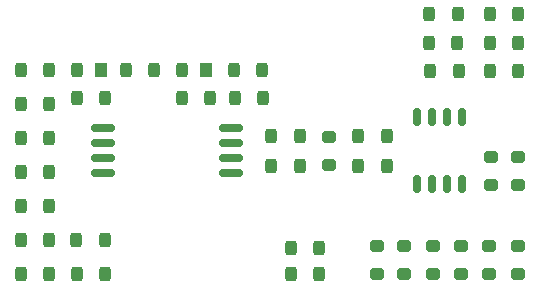
<source format=gtp>
G04*
G04 #@! TF.GenerationSoftware,Altium Limited,Altium Designer,21.6.1 (37)*
G04*
G04 Layer_Color=8421504*
%FSTAX24Y24*%
%MOIN*%
G70*
G04*
G04 #@! TF.SameCoordinates,7AD6CBE7-45AD-4871-8827-9D585CE600FE*
G04*
G04*
G04 #@! TF.FilePolarity,Positive*
G04*
G01*
G75*
G04:AMPARAMS|DCode=22|XSize=59.1mil|YSize=27.6mil|CornerRadius=6.9mil|HoleSize=0mil|Usage=FLASHONLY|Rotation=270.000|XOffset=0mil|YOffset=0mil|HoleType=Round|Shape=RoundedRectangle|*
%AMROUNDEDRECTD22*
21,1,0.0591,0.0138,0,0,270.0*
21,1,0.0453,0.0276,0,0,270.0*
1,1,0.0138,-0.0069,-0.0226*
1,1,0.0138,-0.0069,0.0226*
1,1,0.0138,0.0069,0.0226*
1,1,0.0138,0.0069,-0.0226*
%
%ADD22ROUNDEDRECTD22*%
G04:AMPARAMS|DCode=23|XSize=39.4mil|YSize=47.2mil|CornerRadius=9.8mil|HoleSize=0mil|Usage=FLASHONLY|Rotation=180.000|XOffset=0mil|YOffset=0mil|HoleType=Round|Shape=RoundedRectangle|*
%AMROUNDEDRECTD23*
21,1,0.0394,0.0276,0,0,180.0*
21,1,0.0197,0.0472,0,0,180.0*
1,1,0.0197,-0.0098,0.0138*
1,1,0.0197,0.0098,0.0138*
1,1,0.0197,0.0098,-0.0138*
1,1,0.0197,-0.0098,-0.0138*
%
%ADD23ROUNDEDRECTD23*%
G04:AMPARAMS|DCode=24|XSize=39.4mil|YSize=47.2mil|CornerRadius=9.8mil|HoleSize=0mil|Usage=FLASHONLY|Rotation=270.000|XOffset=0mil|YOffset=0mil|HoleType=Round|Shape=RoundedRectangle|*
%AMROUNDEDRECTD24*
21,1,0.0394,0.0276,0,0,270.0*
21,1,0.0197,0.0472,0,0,270.0*
1,1,0.0197,-0.0138,-0.0098*
1,1,0.0197,-0.0138,0.0098*
1,1,0.0197,0.0138,0.0098*
1,1,0.0197,0.0138,-0.0098*
%
%ADD24ROUNDEDRECTD24*%
G04:AMPARAMS|DCode=25|XSize=78.7mil|YSize=27.6mil|CornerRadius=6.9mil|HoleSize=0mil|Usage=FLASHONLY|Rotation=0.000|XOffset=0mil|YOffset=0mil|HoleType=Round|Shape=RoundedRectangle|*
%AMROUNDEDRECTD25*
21,1,0.0787,0.0138,0,0,0.0*
21,1,0.0650,0.0276,0,0,0.0*
1,1,0.0138,0.0325,-0.0069*
1,1,0.0138,-0.0325,-0.0069*
1,1,0.0138,-0.0325,0.0069*
1,1,0.0138,0.0325,0.0069*
%
%ADD25ROUNDEDRECTD25*%
%ADD26R,0.0394X0.0472*%
D22*
X06005Y026613D02*
D03*
X06055D02*
D03*
X06105D02*
D03*
X06155D02*
D03*
Y024387D02*
D03*
X06105D02*
D03*
X06055D02*
D03*
X06005D02*
D03*
D23*
X049619Y022533D02*
D03*
X048681D02*
D03*
X046818Y023667D02*
D03*
X047756D02*
D03*
X047769Y0248D02*
D03*
X046831D02*
D03*
X046831Y025933D02*
D03*
X047769D02*
D03*
X046831Y027067D02*
D03*
X047769D02*
D03*
X059019Y025D02*
D03*
X058081D02*
D03*
X055831Y0214D02*
D03*
X056769D02*
D03*
X048688Y0214D02*
D03*
X049625D02*
D03*
Y02725D02*
D03*
X048688D02*
D03*
X056119Y025D02*
D03*
X055181D02*
D03*
X056119Y026D02*
D03*
X055181D02*
D03*
X053963Y02725D02*
D03*
X0549D02*
D03*
X061419Y02815D02*
D03*
X060481D02*
D03*
X061375Y0291D02*
D03*
X060438D02*
D03*
X06045Y03005D02*
D03*
X061387D02*
D03*
X047769Y0282D02*
D03*
X046831D02*
D03*
X047769Y022533D02*
D03*
X046831D02*
D03*
X053931Y0282D02*
D03*
X054869D02*
D03*
X052206D02*
D03*
X050334Y0282D02*
D03*
X051271D02*
D03*
X048706Y0282D02*
D03*
X0634Y03005D02*
D03*
X062463D02*
D03*
X062478Y02815D02*
D03*
X063415D02*
D03*
X062463Y0291D02*
D03*
X0634D02*
D03*
X055825Y02225D02*
D03*
X056762D02*
D03*
X046825Y0214D02*
D03*
X047762D02*
D03*
X053125Y02725D02*
D03*
X052188D02*
D03*
X058081Y026D02*
D03*
X059019D02*
D03*
D24*
X0571Y025975D02*
D03*
Y025038D02*
D03*
X0587Y021382D02*
D03*
Y022319D02*
D03*
X06245Y021381D02*
D03*
Y022319D02*
D03*
X061512Y022319D02*
D03*
Y021382D02*
D03*
X063387Y021394D02*
D03*
Y022332D02*
D03*
X0596Y022319D02*
D03*
Y021381D02*
D03*
X060575Y021381D02*
D03*
Y022319D02*
D03*
X0625Y024375D02*
D03*
Y025312D02*
D03*
X0634D02*
D03*
Y024375D02*
D03*
D25*
X049566Y02625D02*
D03*
Y02575D02*
D03*
Y02525D02*
D03*
Y02475D02*
D03*
X053834D02*
D03*
Y02525D02*
D03*
Y02575D02*
D03*
Y02625D02*
D03*
D26*
X052994Y0282D02*
D03*
X049494D02*
D03*
M02*

</source>
